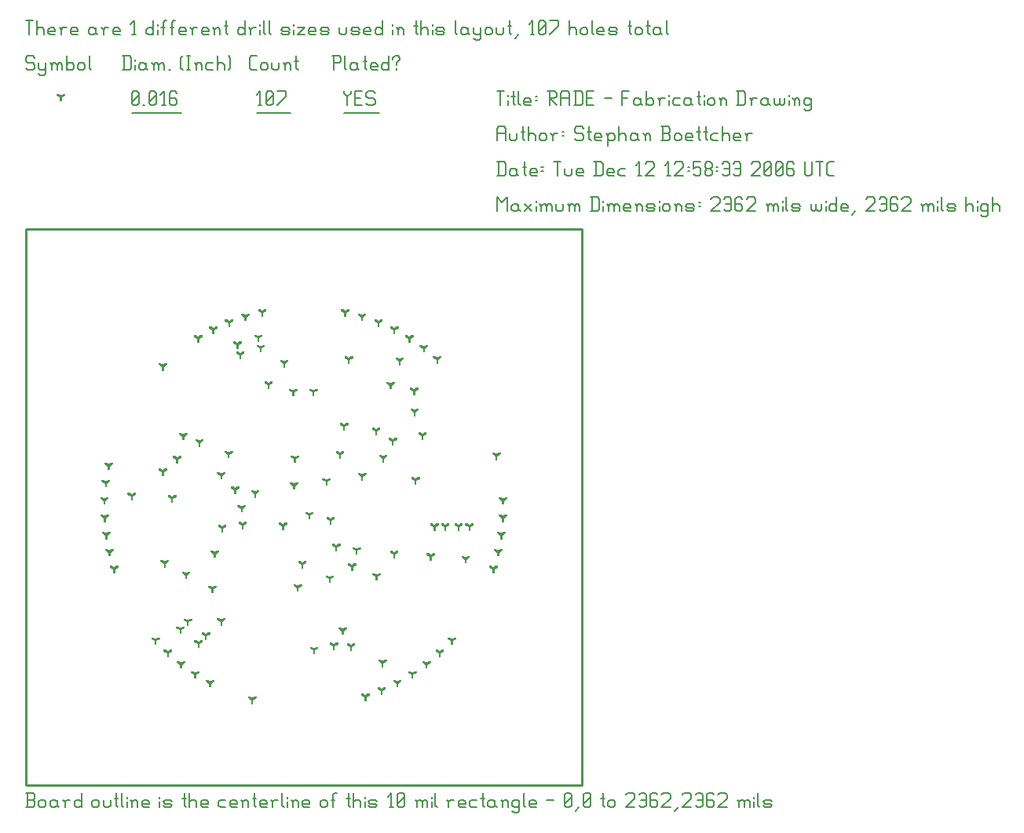
<source format=gbr>
G04 start of page 12 for group -3984 idx -3984
G04 Title: RADE, fab *
G04 Creator: pcb-bin 20060822 *
G04 CreationDate: Tue Dec 12 12:58:33 2006 UTC *
G04 For: stephan *
G04 Format: Gerber/RS-274X *
G04 PCB-Dimensions: 236220 236220 *
G04 PCB-Coordinate-Origin: lower left *
%MOIN*%
%FSLAX24Y24*%
%LNFAB*%
%ADD11R,0.0080X0.0080*%
%ADD12C,0.0060*%
%ADD13C,0.0100*%
G54D11*X15885Y18031D02*Y17871D01*
Y18031D02*X16024Y18111D01*
X15885Y18031D02*X15747Y18111D01*
X15157Y5196D02*Y5036D01*
Y5196D02*X15296Y5276D01*
X15157Y5196D02*X15018Y5276D01*
X4507Y12283D02*Y12123D01*
Y12283D02*X4646Y12363D01*
X4507Y12283D02*X4369Y12363D01*
X11752Y9389D02*Y9229D01*
Y9389D02*X11890Y9469D01*
X11752Y9389D02*X11613Y9469D01*
X10051Y20090D02*Y19930D01*
Y20090D02*X10189Y20170D01*
X10051Y20090D02*X9912Y20170D01*
X9336Y19905D02*Y19745D01*
Y19905D02*X9474Y19985D01*
X9336Y19905D02*X9197Y19985D01*
X8640Y19659D02*Y19499D01*
Y19659D02*X8778Y19739D01*
X8640Y19659D02*X8501Y19739D01*
X7968Y19353D02*Y19193D01*
Y19353D02*X8106Y19433D01*
X7968Y19353D02*X7829Y19433D01*
X7325Y18989D02*Y18829D01*
Y18989D02*X7464Y19069D01*
X7325Y18989D02*X7186Y19069D01*
X3531Y13570D02*Y13410D01*
Y13570D02*X3670Y13650D01*
X3531Y13570D02*X3392Y13650D01*
X3409Y12842D02*Y12682D01*
Y12842D02*X3548Y12922D01*
X3409Y12842D02*X3270Y12922D01*
X3351Y12106D02*Y11946D01*
Y12106D02*X3490Y12186D01*
X3351Y12106D02*X3213Y12186D01*
X3358Y11368D02*Y11208D01*
Y11368D02*X3496Y11448D01*
X3358Y11368D02*X3219Y11448D01*
X3428Y10633D02*Y10473D01*
Y10633D02*X3567Y10713D01*
X3428Y10633D02*X3290Y10713D01*
X3563Y9906D02*Y9746D01*
Y9906D02*X3702Y9986D01*
X3563Y9906D02*X3424Y9986D01*
X3760Y9195D02*Y9035D01*
Y9195D02*X3899Y9275D01*
X3760Y9195D02*X3622Y9275D01*
X5520Y6147D02*Y5987D01*
Y6147D02*X5659Y6227D01*
X5520Y6147D02*X5382Y6227D01*
X6038Y5620D02*Y5460D01*
Y5620D02*X6176Y5700D01*
X6038Y5620D02*X5899Y5700D01*
X6599Y5140D02*Y4980D01*
Y5140D02*X6738Y5220D01*
X6599Y5140D02*X6461Y5220D01*
X7200Y4712D02*Y4552D01*
Y4712D02*X7339Y4792D01*
X7200Y4712D02*X7062Y4792D01*
X7837Y4337D02*Y4177D01*
Y4337D02*X7975Y4417D01*
X7837Y4337D02*X7698Y4417D01*
X14426Y3760D02*Y3600D01*
Y3760D02*X14565Y3840D01*
X14426Y3760D02*X14288Y3840D01*
X15118Y4019D02*Y3859D01*
Y4019D02*X15257Y4099D01*
X15118Y4019D02*X14979Y4099D01*
X15784Y4337D02*Y4177D01*
Y4337D02*X15923Y4417D01*
X15784Y4337D02*X15646Y4417D01*
X16421Y4712D02*Y4552D01*
Y4712D02*X16559Y4792D01*
X16421Y4712D02*X16282Y4792D01*
X17022Y5140D02*Y4980D01*
Y5140D02*X17160Y5220D01*
X17022Y5140D02*X16883Y5220D01*
X17583Y5620D02*Y5460D01*
Y5620D02*X17722Y5700D01*
X17583Y5620D02*X17445Y5700D01*
X18101Y6147D02*Y5987D01*
Y6147D02*X18240Y6227D01*
X18101Y6147D02*X17962Y6227D01*
X19861Y9195D02*Y9035D01*
Y9195D02*X19999Y9275D01*
X19861Y9195D02*X19722Y9275D01*
X20058Y9906D02*Y9746D01*
Y9906D02*X20197Y9986D01*
X20058Y9906D02*X19920Y9986D01*
X20193Y10633D02*Y10473D01*
Y10633D02*X20331Y10713D01*
X20193Y10633D02*X20054Y10713D01*
X20264Y11368D02*Y11208D01*
Y11368D02*X20402Y11448D01*
X20264Y11368D02*X20125Y11448D01*
X20270Y12106D02*Y11946D01*
Y12106D02*X20409Y12186D01*
X20270Y12106D02*X20131Y12186D01*
X17474Y18101D02*Y17941D01*
Y18101D02*X17613Y18181D01*
X17474Y18101D02*X17336Y18181D01*
X16905Y18571D02*Y18411D01*
Y18571D02*X17043Y18651D01*
X16905Y18571D02*X16766Y18651D01*
X16296Y18989D02*Y18829D01*
Y18989D02*X16435Y19069D01*
X16296Y18989D02*X16157Y19069D01*
X15653Y19353D02*Y19193D01*
Y19353D02*X15792Y19433D01*
X15653Y19353D02*X15515Y19433D01*
X14981Y19659D02*Y19499D01*
Y19659D02*X15120Y19739D01*
X14981Y19659D02*X14843Y19739D01*
X14285Y19905D02*Y19745D01*
Y19905D02*X14424Y19985D01*
X14285Y19905D02*X14147Y19985D01*
X13570Y20090D02*Y19930D01*
Y20090D02*X13709Y20170D01*
X13570Y20090D02*X13432Y20170D01*
X19987Y14001D02*Y13841D01*
Y14001D02*X20125Y14081D01*
X19987Y14001D02*X19848Y14081D01*
X5825Y17796D02*Y17636D01*
Y17796D02*X5964Y17876D01*
X5825Y17796D02*X5687Y17876D01*
X9620Y3634D02*Y3474D01*
Y3634D02*X9758Y3714D01*
X9620Y3634D02*X9481Y3714D01*
X12244Y5748D02*Y5588D01*
Y5748D02*X12382Y5828D01*
X12244Y5748D02*X12105Y5828D01*
X6692Y14842D02*Y14682D01*
Y14842D02*X6831Y14922D01*
X6692Y14842D02*X6554Y14922D01*
X9744Y12401D02*Y12241D01*
Y12401D02*X9882Y12481D01*
X9744Y12401D02*X9605Y12481D01*
X15590Y14625D02*Y14465D01*
Y14625D02*X15729Y14705D01*
X15590Y14625D02*X15452Y14705D01*
X13523Y15255D02*Y15095D01*
Y15255D02*X13662Y15335D01*
X13523Y15255D02*X13385Y15335D01*
X8307Y13169D02*Y13009D01*
Y13169D02*X8445Y13249D01*
X8307Y13169D02*X8168Y13249D01*
X13720Y18090D02*Y17930D01*
Y18090D02*X13859Y18170D01*
X13720Y18090D02*X13581Y18170D01*
X16515Y15866D02*Y15706D01*
Y15866D02*X16654Y15946D01*
X16515Y15866D02*X16377Y15946D01*
X16496Y16751D02*Y16591D01*
Y16751D02*X16634Y16831D01*
X16496Y16751D02*X16357Y16831D01*
X11437Y13878D02*Y13718D01*
Y13878D02*X11575Y13958D01*
X11437Y13878D02*X11298Y13958D01*
X6437Y13858D02*Y13698D01*
Y13858D02*X6575Y13938D01*
X6437Y13858D02*X6298Y13938D01*
X5826Y13326D02*Y13166D01*
Y13326D02*X5965Y13406D01*
X5826Y13326D02*X5688Y13406D01*
X15492Y17007D02*Y16847D01*
Y17007D02*X15630Y17087D01*
X15492Y17007D02*X15353Y17087D01*
X14881Y15059D02*Y14899D01*
Y15059D02*X15020Y15139D01*
X14881Y15059D02*X14743Y15139D01*
X8897Y12559D02*Y12399D01*
Y12559D02*X9036Y12639D01*
X8897Y12559D02*X8759Y12639D01*
X6220Y12184D02*Y12024D01*
Y12184D02*X6359Y12264D01*
X6220Y12184D02*X6081Y12264D01*
X8621Y14074D02*Y13914D01*
Y14074D02*X8760Y14154D01*
X8621Y14074D02*X8483Y14154D01*
X11358Y16712D02*Y16552D01*
Y16712D02*X11496Y16792D01*
X11358Y16712D02*X11219Y16792D01*
X13346Y14055D02*Y13895D01*
Y14055D02*X13484Y14135D01*
X13346Y14055D02*X13207Y14135D01*
X7381Y14566D02*Y14406D01*
Y14566D02*X7520Y14646D01*
X7381Y14566D02*X7243Y14646D01*
X14901Y8877D02*Y8717D01*
Y8877D02*X15040Y8957D01*
X14901Y8877D02*X14763Y8957D01*
X13464Y6574D02*Y6414D01*
Y6574D02*X13603Y6654D01*
X13464Y6574D02*X13325Y6654D01*
X8307Y6968D02*Y6808D01*
Y6968D02*X8445Y7048D01*
X8307Y6968D02*X8168Y7048D01*
X9212Y11062D02*Y10902D01*
Y11062D02*X9351Y11142D01*
X9212Y11062D02*X9074Y11142D01*
X11555Y8405D02*Y8245D01*
Y8405D02*X11693Y8485D01*
X11555Y8405D02*X11416Y8485D01*
X7933Y8346D02*Y8186D01*
Y8346D02*X8071Y8426D01*
X7933Y8346D02*X7794Y8426D01*
X16555Y12952D02*Y12792D01*
Y12952D02*X16693Y13032D01*
X16555Y12952D02*X16416Y13032D01*
X16850Y14862D02*Y14702D01*
Y14862D02*X16989Y14942D01*
X16850Y14862D02*X16711Y14942D01*
X15649Y9822D02*Y9662D01*
Y9822D02*X15788Y9902D01*
X15649Y9822D02*X15511Y9902D01*
X15177Y13897D02*Y13737D01*
Y13897D02*X15315Y13977D01*
X15177Y13897D02*X15038Y13977D01*
X12952Y11259D02*Y11099D01*
Y11259D02*X13091Y11339D01*
X12952Y11259D02*X12814Y11339D01*
X14055Y9980D02*Y9820D01*
Y9980D02*X14193Y10060D01*
X14055Y9980D02*X13916Y10060D01*
X13188Y10118D02*Y9958D01*
Y10118D02*X13327Y10198D01*
X13188Y10118D02*X13050Y10198D01*
X14291Y13129D02*Y12969D01*
Y13129D02*X14430Y13209D01*
X14291Y13129D02*X14152Y13209D01*
X12775Y12913D02*Y12753D01*
Y12913D02*X12914Y12993D01*
X12775Y12913D02*X12637Y12993D01*
X12047Y11476D02*Y11316D01*
Y11476D02*X12185Y11556D01*
X12047Y11476D02*X11908Y11556D01*
X8031Y9842D02*Y9682D01*
Y9842D02*X8170Y9922D01*
X8031Y9842D02*X7892Y9922D01*
X8346Y10925D02*Y10765D01*
Y10925D02*X8485Y11005D01*
X8346Y10925D02*X8207Y11005D01*
X11397Y12736D02*Y12576D01*
Y12736D02*X11536Y12816D01*
X11397Y12736D02*X11259Y12816D01*
X9173Y11771D02*Y11611D01*
Y11771D02*X9311Y11851D01*
X9173Y11771D02*X9034Y11851D01*
X13818Y5885D02*Y5725D01*
Y5885D02*X13957Y5965D01*
X13818Y5885D02*X13680Y5965D01*
X13090Y5925D02*Y5765D01*
Y5925D02*X13229Y6005D01*
X13090Y5925D02*X12952Y6005D01*
X17204Y9724D02*Y9564D01*
Y9724D02*X17343Y9804D01*
X17204Y9724D02*X17066Y9804D01*
X12913Y8779D02*Y8619D01*
Y8779D02*X13052Y8859D01*
X12913Y8779D02*X12774Y8859D01*
X10315Y17027D02*Y16867D01*
Y17027D02*X10453Y17107D01*
X10315Y17027D02*X10176Y17107D01*
X12224Y16712D02*Y16552D01*
Y16712D02*X12363Y16792D01*
X12224Y16712D02*X12085Y16792D01*
X13858Y9291D02*Y9131D01*
Y9291D02*X13996Y9371D01*
X13858Y9291D02*X13719Y9371D01*
X10984Y17933D02*Y17773D01*
Y17933D02*X11122Y18013D01*
X10984Y17933D02*X10845Y18013D01*
X5905Y9429D02*Y9269D01*
Y9429D02*X6044Y9509D01*
X5905Y9429D02*X5766Y9509D01*
X6811Y8937D02*Y8777D01*
Y8937D02*X6949Y9017D01*
X6811Y8937D02*X6672Y9017D01*
X18681Y9606D02*Y9446D01*
Y9606D02*X18819Y9686D01*
X18681Y9606D02*X18542Y9686D01*
X10925Y11023D02*Y10863D01*
Y11023D02*X11063Y11103D01*
X10925Y11023D02*X10786Y11103D01*
X6574Y6614D02*Y6454D01*
Y6614D02*X6713Y6694D01*
X6574Y6614D02*X6436Y6694D01*
X6889Y6948D02*Y6788D01*
Y6948D02*X7028Y7028D01*
X6889Y6948D02*X6751Y7028D01*
X7342Y6023D02*Y5863D01*
Y6023D02*X7481Y6103D01*
X7342Y6023D02*X7203Y6103D01*
X7657Y6358D02*Y6198D01*
Y6358D02*X7796Y6438D01*
X7657Y6358D02*X7518Y6438D01*
X17362Y10984D02*Y10824D01*
Y10984D02*X17500Y11064D01*
X17362Y10984D02*X17223Y11064D01*
X17815Y10984D02*Y10824D01*
Y10984D02*X17953Y11064D01*
X17815Y10984D02*X17676Y11064D01*
X18385Y10984D02*Y10824D01*
Y10984D02*X18524Y11064D01*
X18385Y10984D02*X18247Y11064D01*
X18838Y10984D02*Y10824D01*
Y10984D02*X18977Y11064D01*
X18838Y10984D02*X18700Y11064D01*
X8996Y18720D02*Y18560D01*
Y18720D02*X9134Y18800D01*
X8996Y18720D02*X8857Y18800D01*
X9114Y18287D02*Y18127D01*
Y18287D02*X9252Y18367D01*
X9114Y18287D02*X8975Y18367D01*
X9881Y19015D02*Y18855D01*
Y19015D02*X10020Y19095D01*
X9881Y19015D02*X9743Y19095D01*
X9980Y18582D02*Y18422D01*
Y18582D02*X10118Y18662D01*
X9980Y18582D02*X9841Y18662D01*
X1500Y29247D02*Y29087D01*
Y29247D02*X1638Y29327D01*
X1500Y29247D02*X1361Y29327D01*
G54D12*X13500Y29472D02*Y29397D01*
X13650Y29247D01*
X13800Y29397D01*
Y29472D02*Y29397D01*
X13650Y29247D02*Y28872D01*
X13980Y29172D02*X14205D01*
X13980Y28872D02*X14280D01*
X13980Y29472D02*Y28872D01*
Y29472D02*X14280D01*
X14760D02*X14835Y29397D01*
X14535Y29472D02*X14760D01*
X14460Y29397D02*X14535Y29472D01*
X14460Y29397D02*Y29247D01*
X14535Y29172D01*
X14760D01*
X14835Y29097D01*
Y28947D01*
X14760Y28872D02*X14835Y28947D01*
X14535Y28872D02*X14760D01*
X14460Y28947D02*X14535Y28872D01*
X13500Y28546D02*X15015D01*
X9875Y28872D02*X10025D01*
X9950Y29472D02*Y28872D01*
X9800Y29322D02*X9950Y29472D01*
X10205Y28947D02*X10280Y28872D01*
X10205Y29397D02*Y28947D01*
Y29397D02*X10280Y29472D01*
X10430D01*
X10505Y29397D01*
Y28947D01*
X10430Y28872D02*X10505Y28947D01*
X10280Y28872D02*X10430D01*
X10205Y29022D02*X10505Y29322D01*
X10685Y28872D02*X11060Y29247D01*
Y29472D02*Y29247D01*
X10685Y29472D02*X11060D01*
X9800Y28546D02*X11240D01*
X4500Y28947D02*X4575Y28872D01*
X4500Y29397D02*Y28947D01*
Y29397D02*X4575Y29472D01*
X4725D01*
X4800Y29397D01*
Y28947D01*
X4725Y28872D02*X4800Y28947D01*
X4575Y28872D02*X4725D01*
X4500Y29022D02*X4800Y29322D01*
X4980Y28872D02*X5055D01*
X5235Y28947D02*X5310Y28872D01*
X5235Y29397D02*Y28947D01*
Y29397D02*X5310Y29472D01*
X5460D01*
X5535Y29397D01*
Y28947D01*
X5460Y28872D02*X5535Y28947D01*
X5310Y28872D02*X5460D01*
X5235Y29022D02*X5535Y29322D01*
X5790Y28872D02*X5940D01*
X5865Y29472D02*Y28872D01*
X5715Y29322D02*X5865Y29472D01*
X6345D02*X6420Y29397D01*
X6195Y29472D02*X6345D01*
X6120Y29397D02*X6195Y29472D01*
X6120Y29397D02*Y28947D01*
X6195Y28872D01*
X6345Y29172D02*X6420Y29097D01*
X6120Y29172D02*X6345D01*
X6195Y28872D02*X6345D01*
X6420Y28947D01*
Y29097D02*Y28947D01*
X4500Y28546D02*X6600D01*
X300Y30972D02*X375Y30897D01*
X75Y30972D02*X300D01*
X0Y30897D02*X75Y30972D01*
X0Y30897D02*Y30747D01*
X75Y30672D01*
X300D01*
X375Y30597D01*
Y30447D01*
X300Y30372D02*X375Y30447D01*
X75Y30372D02*X300D01*
X0Y30447D02*X75Y30372D01*
X555Y30672D02*Y30447D01*
X630Y30372D01*
X855Y30672D02*Y30222D01*
X780Y30147D02*X855Y30222D01*
X630Y30147D02*X780D01*
X555Y30222D02*X630Y30147D01*
Y30372D02*X780D01*
X855Y30447D01*
X1110Y30597D02*Y30372D01*
Y30597D02*X1185Y30672D01*
X1260D01*
X1335Y30597D01*
Y30372D01*
Y30597D02*X1410Y30672D01*
X1485D01*
X1560Y30597D01*
Y30372D01*
X1035Y30672D02*X1110Y30597D01*
X1740Y30972D02*Y30372D01*
Y30447D02*X1815Y30372D01*
X1965D01*
X2040Y30447D01*
Y30597D02*Y30447D01*
X1965Y30672D02*X2040Y30597D01*
X1815Y30672D02*X1965D01*
X1740Y30597D02*X1815Y30672D01*
X2220Y30597D02*Y30447D01*
Y30597D02*X2295Y30672D01*
X2445D01*
X2520Y30597D01*
Y30447D01*
X2445Y30372D02*X2520Y30447D01*
X2295Y30372D02*X2445D01*
X2220Y30447D02*X2295Y30372D01*
X2700Y30972D02*Y30447D01*
X2775Y30372D01*
X4175Y30972D02*Y30372D01*
X4400Y30972D02*X4475Y30897D01*
Y30447D01*
X4400Y30372D02*X4475Y30447D01*
X4100Y30372D02*X4400D01*
X4100Y30972D02*X4400D01*
X4655Y30822D02*Y30747D01*
Y30597D02*Y30372D01*
X5030Y30672D02*X5105Y30597D01*
X4880Y30672D02*X5030D01*
X4805Y30597D02*X4880Y30672D01*
X4805Y30597D02*Y30447D01*
X4880Y30372D01*
X5105Y30672D02*Y30447D01*
X5180Y30372D01*
X4880D02*X5030D01*
X5105Y30447D01*
X5435Y30597D02*Y30372D01*
Y30597D02*X5510Y30672D01*
X5585D01*
X5660Y30597D01*
Y30372D01*
Y30597D02*X5735Y30672D01*
X5810D01*
X5885Y30597D01*
Y30372D01*
X5360Y30672D02*X5435Y30597D01*
X6065Y30372D02*X6140D01*
X6590Y30447D02*X6665Y30372D01*
X6590Y30897D02*X6665Y30972D01*
X6590Y30897D02*Y30447D01*
X6845Y30972D02*X6995D01*
X6920D02*Y30372D01*
X6845D02*X6995D01*
X7251Y30597D02*Y30372D01*
Y30597D02*X7326Y30672D01*
X7401D01*
X7476Y30597D01*
Y30372D01*
X7176Y30672D02*X7251Y30597D01*
X7731Y30672D02*X7956D01*
X7656Y30597D02*X7731Y30672D01*
X7656Y30597D02*Y30447D01*
X7731Y30372D01*
X7956D01*
X8136Y30972D02*Y30372D01*
Y30597D02*X8211Y30672D01*
X8361D01*
X8436Y30597D01*
Y30372D01*
X8616Y30972D02*X8691Y30897D01*
Y30447D01*
X8616Y30372D02*X8691Y30447D01*
X9575Y30372D02*X9800D01*
X9500Y30447D02*X9575Y30372D01*
X9500Y30897D02*Y30447D01*
Y30897D02*X9575Y30972D01*
X9800D01*
X9980Y30597D02*Y30447D01*
Y30597D02*X10055Y30672D01*
X10205D01*
X10280Y30597D01*
Y30447D01*
X10205Y30372D02*X10280Y30447D01*
X10055Y30372D02*X10205D01*
X9980Y30447D02*X10055Y30372D01*
X10460Y30672D02*Y30447D01*
X10535Y30372D01*
X10685D01*
X10760Y30447D01*
Y30672D02*Y30447D01*
X11015Y30597D02*Y30372D01*
Y30597D02*X11090Y30672D01*
X11165D01*
X11240Y30597D01*
Y30372D01*
X10940Y30672D02*X11015Y30597D01*
X11495Y30972D02*Y30447D01*
X11570Y30372D01*
X11420Y30747D02*X11570D01*
X13075Y30972D02*Y30372D01*
X13000Y30972D02*X13300D01*
X13375Y30897D01*
Y30747D01*
X13300Y30672D02*X13375Y30747D01*
X13075Y30672D02*X13300D01*
X13555Y30972D02*Y30447D01*
X13630Y30372D01*
X14005Y30672D02*X14080Y30597D01*
X13855Y30672D02*X14005D01*
X13780Y30597D02*X13855Y30672D01*
X13780Y30597D02*Y30447D01*
X13855Y30372D01*
X14080Y30672D02*Y30447D01*
X14155Y30372D01*
X13855D02*X14005D01*
X14080Y30447D01*
X14410Y30972D02*Y30447D01*
X14485Y30372D01*
X14335Y30747D02*X14485D01*
X14710Y30372D02*X14935D01*
X14635Y30447D02*X14710Y30372D01*
X14635Y30597D02*Y30447D01*
Y30597D02*X14710Y30672D01*
X14860D01*
X14935Y30597D01*
X14635Y30522D02*X14935D01*
Y30597D02*Y30522D01*
X15415Y30972D02*Y30372D01*
X15340D02*X15415Y30447D01*
X15190Y30372D02*X15340D01*
X15115Y30447D02*X15190Y30372D01*
X15115Y30597D02*Y30447D01*
Y30597D02*X15190Y30672D01*
X15340D01*
X15415Y30597D01*
X15745Y30672D02*Y30597D01*
Y30447D02*Y30372D01*
X15595Y30897D02*Y30822D01*
Y30897D02*X15670Y30972D01*
X15820D01*
X15895Y30897D01*
Y30822D01*
X15745Y30672D02*X15895Y30822D01*
X0Y32472D02*X300D01*
X150D02*Y31872D01*
X480Y32472D02*Y31872D01*
Y32097D02*X555Y32172D01*
X705D01*
X780Y32097D01*
Y31872D01*
X1035D02*X1260D01*
X960Y31947D02*X1035Y31872D01*
X960Y32097D02*Y31947D01*
Y32097D02*X1035Y32172D01*
X1185D01*
X1260Y32097D01*
X960Y32022D02*X1260D01*
Y32097D02*Y32022D01*
X1515Y32097D02*Y31872D01*
Y32097D02*X1590Y32172D01*
X1740D01*
X1440D02*X1515Y32097D01*
X1995Y31872D02*X2220D01*
X1920Y31947D02*X1995Y31872D01*
X1920Y32097D02*Y31947D01*
Y32097D02*X1995Y32172D01*
X2145D01*
X2220Y32097D01*
X1920Y32022D02*X2220D01*
Y32097D02*Y32022D01*
X2895Y32172D02*X2970Y32097D01*
X2745Y32172D02*X2895D01*
X2670Y32097D02*X2745Y32172D01*
X2670Y32097D02*Y31947D01*
X2745Y31872D01*
X2970Y32172D02*Y31947D01*
X3045Y31872D01*
X2745D02*X2895D01*
X2970Y31947D01*
X3300Y32097D02*Y31872D01*
Y32097D02*X3375Y32172D01*
X3525D01*
X3225D02*X3300Y32097D01*
X3781Y31872D02*X4006D01*
X3706Y31947D02*X3781Y31872D01*
X3706Y32097D02*Y31947D01*
Y32097D02*X3781Y32172D01*
X3931D01*
X4006Y32097D01*
X3706Y32022D02*X4006D01*
Y32097D02*Y32022D01*
X4531Y31872D02*X4681D01*
X4606Y32472D02*Y31872D01*
X4456Y32322D02*X4606Y32472D01*
X5431D02*Y31872D01*
X5356D02*X5431Y31947D01*
X5206Y31872D02*X5356D01*
X5131Y31947D02*X5206Y31872D01*
X5131Y32097D02*Y31947D01*
Y32097D02*X5206Y32172D01*
X5356D01*
X5431Y32097D01*
X5611Y32322D02*Y32247D01*
Y32097D02*Y31872D01*
X5836Y32397D02*Y31872D01*
Y32397D02*X5911Y32472D01*
X5986D01*
X5761Y32172D02*X5911D01*
X6211Y32397D02*Y31872D01*
Y32397D02*X6286Y32472D01*
X6361D01*
X6136Y32172D02*X6286D01*
X6586Y31872D02*X6811D01*
X6511Y31947D02*X6586Y31872D01*
X6511Y32097D02*Y31947D01*
Y32097D02*X6586Y32172D01*
X6736D01*
X6811Y32097D01*
X6511Y32022D02*X6811D01*
Y32097D02*Y32022D01*
X7067Y32097D02*Y31872D01*
Y32097D02*X7142Y32172D01*
X7292D01*
X6992D02*X7067Y32097D01*
X7547Y31872D02*X7772D01*
X7472Y31947D02*X7547Y31872D01*
X7472Y32097D02*Y31947D01*
Y32097D02*X7547Y32172D01*
X7697D01*
X7772Y32097D01*
X7472Y32022D02*X7772D01*
Y32097D02*Y32022D01*
X8027Y32097D02*Y31872D01*
Y32097D02*X8102Y32172D01*
X8177D01*
X8252Y32097D01*
Y31872D01*
X7952Y32172D02*X8027Y32097D01*
X8507Y32472D02*Y31947D01*
X8582Y31872D01*
X8432Y32247D02*X8582D01*
X9302Y32472D02*Y31872D01*
X9227D02*X9302Y31947D01*
X9077Y31872D02*X9227D01*
X9002Y31947D02*X9077Y31872D01*
X9002Y32097D02*Y31947D01*
Y32097D02*X9077Y32172D01*
X9227D01*
X9302Y32097D01*
X9557D02*Y31872D01*
Y32097D02*X9632Y32172D01*
X9782D01*
X9482D02*X9557Y32097D01*
X9963Y32322D02*Y32247D01*
Y32097D02*Y31872D01*
X10113Y32472D02*Y31947D01*
X10188Y31872D01*
X10338Y32472D02*Y31947D01*
X10413Y31872D01*
X10908D02*X11133D01*
X11208Y31947D01*
X11133Y32022D02*X11208Y31947D01*
X10908Y32022D02*X11133D01*
X10833Y32097D02*X10908Y32022D01*
X10833Y32097D02*X10908Y32172D01*
X11133D01*
X11208Y32097D01*
X10833Y31947D02*X10908Y31872D01*
X11388Y32322D02*Y32247D01*
Y32097D02*Y31872D01*
X11538Y32172D02*X11838D01*
X11538Y31872D02*X11838Y32172D01*
X11538Y31872D02*X11838D01*
X12093D02*X12318D01*
X12018Y31947D02*X12093Y31872D01*
X12018Y32097D02*Y31947D01*
Y32097D02*X12093Y32172D01*
X12243D01*
X12318Y32097D01*
X12018Y32022D02*X12318D01*
Y32097D02*Y32022D01*
X12574Y31872D02*X12799D01*
X12874Y31947D01*
X12799Y32022D02*X12874Y31947D01*
X12574Y32022D02*X12799D01*
X12499Y32097D02*X12574Y32022D01*
X12499Y32097D02*X12574Y32172D01*
X12799D01*
X12874Y32097D01*
X12499Y31947D02*X12574Y31872D01*
X13324Y32172D02*Y31947D01*
X13399Y31872D01*
X13549D01*
X13624Y31947D01*
Y32172D02*Y31947D01*
X13879Y31872D02*X14104D01*
X14179Y31947D01*
X14104Y32022D02*X14179Y31947D01*
X13879Y32022D02*X14104D01*
X13804Y32097D02*X13879Y32022D01*
X13804Y32097D02*X13879Y32172D01*
X14104D01*
X14179Y32097D01*
X13804Y31947D02*X13879Y31872D01*
X14434D02*X14659D01*
X14359Y31947D02*X14434Y31872D01*
X14359Y32097D02*Y31947D01*
Y32097D02*X14434Y32172D01*
X14584D01*
X14659Y32097D01*
X14359Y32022D02*X14659D01*
Y32097D02*Y32022D01*
X15139Y32472D02*Y31872D01*
X15064D02*X15139Y31947D01*
X14914Y31872D02*X15064D01*
X14839Y31947D02*X14914Y31872D01*
X14839Y32097D02*Y31947D01*
Y32097D02*X14914Y32172D01*
X15064D01*
X15139Y32097D01*
X15589Y32322D02*Y32247D01*
Y32097D02*Y31872D01*
X15814Y32097D02*Y31872D01*
Y32097D02*X15889Y32172D01*
X15964D01*
X16039Y32097D01*
Y31872D01*
X15739Y32172D02*X15814Y32097D01*
X16565Y32472D02*Y31947D01*
X16640Y31872D01*
X16490Y32247D02*X16640D01*
X16790Y32472D02*Y31872D01*
Y32097D02*X16865Y32172D01*
X17015D01*
X17090Y32097D01*
Y31872D01*
X17270Y32322D02*Y32247D01*
Y32097D02*Y31872D01*
X17495D02*X17720D01*
X17795Y31947D01*
X17720Y32022D02*X17795Y31947D01*
X17495Y32022D02*X17720D01*
X17420Y32097D02*X17495Y32022D01*
X17420Y32097D02*X17495Y32172D01*
X17720D01*
X17795Y32097D01*
X17420Y31947D02*X17495Y31872D01*
X18245Y32472D02*Y31947D01*
X18320Y31872D01*
X18695Y32172D02*X18770Y32097D01*
X18545Y32172D02*X18695D01*
X18470Y32097D02*X18545Y32172D01*
X18470Y32097D02*Y31947D01*
X18545Y31872D01*
X18770Y32172D02*Y31947D01*
X18845Y31872D01*
X18545D02*X18695D01*
X18770Y31947D01*
X19026Y32172D02*Y31947D01*
X19101Y31872D01*
X19326Y32172D02*Y31722D01*
X19251Y31647D02*X19326Y31722D01*
X19101Y31647D02*X19251D01*
X19026Y31722D02*X19101Y31647D01*
Y31872D02*X19251D01*
X19326Y31947D01*
X19506Y32097D02*Y31947D01*
Y32097D02*X19581Y32172D01*
X19731D01*
X19806Y32097D01*
Y31947D01*
X19731Y31872D02*X19806Y31947D01*
X19581Y31872D02*X19731D01*
X19506Y31947D02*X19581Y31872D01*
X19986Y32172D02*Y31947D01*
X20061Y31872D01*
X20211D01*
X20286Y31947D01*
Y32172D02*Y31947D01*
X20541Y32472D02*Y31947D01*
X20616Y31872D01*
X20466Y32247D02*X20616D01*
X20766Y31722D02*X20916Y31872D01*
X21441D02*X21591D01*
X21516Y32472D02*Y31872D01*
X21366Y32322D02*X21516Y32472D01*
X21771Y31947D02*X21846Y31872D01*
X21771Y32397D02*Y31947D01*
Y32397D02*X21846Y32472D01*
X21996D01*
X22071Y32397D01*
Y31947D01*
X21996Y31872D02*X22071Y31947D01*
X21846Y31872D02*X21996D01*
X21771Y32022D02*X22071Y32322D01*
X22252Y31872D02*X22627Y32247D01*
Y32472D02*Y32247D01*
X22252Y32472D02*X22627D01*
X23077D02*Y31872D01*
Y32097D02*X23152Y32172D01*
X23302D01*
X23377Y32097D01*
Y31872D01*
X23557Y32097D02*Y31947D01*
Y32097D02*X23632Y32172D01*
X23782D01*
X23857Y32097D01*
Y31947D01*
X23782Y31872D02*X23857Y31947D01*
X23632Y31872D02*X23782D01*
X23557Y31947D02*X23632Y31872D01*
X24037Y32472D02*Y31947D01*
X24112Y31872D01*
X24337D02*X24562D01*
X24262Y31947D02*X24337Y31872D01*
X24262Y32097D02*Y31947D01*
Y32097D02*X24337Y32172D01*
X24487D01*
X24562Y32097D01*
X24262Y32022D02*X24562D01*
Y32097D02*Y32022D01*
X24817Y31872D02*X25042D01*
X25117Y31947D01*
X25042Y32022D02*X25117Y31947D01*
X24817Y32022D02*X25042D01*
X24742Y32097D02*X24817Y32022D01*
X24742Y32097D02*X24817Y32172D01*
X25042D01*
X25117Y32097D01*
X24742Y31947D02*X24817Y31872D01*
X25642Y32472D02*Y31947D01*
X25717Y31872D01*
X25567Y32247D02*X25717D01*
X25868Y32097D02*Y31947D01*
Y32097D02*X25943Y32172D01*
X26093D01*
X26168Y32097D01*
Y31947D01*
X26093Y31872D02*X26168Y31947D01*
X25943Y31872D02*X26093D01*
X25868Y31947D02*X25943Y31872D01*
X26423Y32472D02*Y31947D01*
X26498Y31872D01*
X26348Y32247D02*X26498D01*
X26873Y32172D02*X26948Y32097D01*
X26723Y32172D02*X26873D01*
X26648Y32097D02*X26723Y32172D01*
X26648Y32097D02*Y31947D01*
X26723Y31872D01*
X26948Y32172D02*Y31947D01*
X27023Y31872D01*
X26723D02*X26873D01*
X26948Y31947D01*
X27203Y32472D02*Y31947D01*
X27278Y31872D01*
G54D13*X0Y23622D02*X23622D01*
X0D02*Y0D01*
X23622Y23622D02*Y0D01*
X0D02*X23622D01*
G54D12*X20000Y24972D02*Y24372D01*
Y24972D02*X20225Y24747D01*
X20450Y24972D01*
Y24372D01*
X20855Y24672D02*X20930Y24597D01*
X20705Y24672D02*X20855D01*
X20630Y24597D02*X20705Y24672D01*
X20630Y24597D02*Y24447D01*
X20705Y24372D01*
X20930Y24672D02*Y24447D01*
X21005Y24372D01*
X20705D02*X20855D01*
X20930Y24447D01*
X21185Y24672D02*X21485Y24372D01*
X21185D02*X21485Y24672D01*
X21665Y24822D02*Y24747D01*
Y24597D02*Y24372D01*
X21890Y24597D02*Y24372D01*
Y24597D02*X21965Y24672D01*
X22040D01*
X22115Y24597D01*
Y24372D01*
Y24597D02*X22190Y24672D01*
X22265D01*
X22340Y24597D01*
Y24372D01*
X21815Y24672D02*X21890Y24597D01*
X22520Y24672D02*Y24447D01*
X22595Y24372D01*
X22745D01*
X22820Y24447D01*
Y24672D02*Y24447D01*
X23075Y24597D02*Y24372D01*
Y24597D02*X23150Y24672D01*
X23225D01*
X23300Y24597D01*
Y24372D01*
Y24597D02*X23375Y24672D01*
X23450D01*
X23525Y24597D01*
Y24372D01*
X23000Y24672D02*X23075Y24597D01*
X24051Y24972D02*Y24372D01*
X24276Y24972D02*X24351Y24897D01*
Y24447D01*
X24276Y24372D02*X24351Y24447D01*
X23976Y24372D02*X24276D01*
X23976Y24972D02*X24276D01*
X24531Y24822D02*Y24747D01*
Y24597D02*Y24372D01*
X24756Y24597D02*Y24372D01*
Y24597D02*X24831Y24672D01*
X24906D01*
X24981Y24597D01*
Y24372D01*
Y24597D02*X25056Y24672D01*
X25131D01*
X25206Y24597D01*
Y24372D01*
X24681Y24672D02*X24756Y24597D01*
X25461Y24372D02*X25686D01*
X25386Y24447D02*X25461Y24372D01*
X25386Y24597D02*Y24447D01*
Y24597D02*X25461Y24672D01*
X25611D01*
X25686Y24597D01*
X25386Y24522D02*X25686D01*
Y24597D02*Y24522D01*
X25941Y24597D02*Y24372D01*
Y24597D02*X26016Y24672D01*
X26091D01*
X26166Y24597D01*
Y24372D01*
X25866Y24672D02*X25941Y24597D01*
X26421Y24372D02*X26646D01*
X26721Y24447D01*
X26646Y24522D02*X26721Y24447D01*
X26421Y24522D02*X26646D01*
X26346Y24597D02*X26421Y24522D01*
X26346Y24597D02*X26421Y24672D01*
X26646D01*
X26721Y24597D01*
X26346Y24447D02*X26421Y24372D01*
X26901Y24822D02*Y24747D01*
Y24597D02*Y24372D01*
X27052Y24597D02*Y24447D01*
Y24597D02*X27127Y24672D01*
X27277D01*
X27352Y24597D01*
Y24447D01*
X27277Y24372D02*X27352Y24447D01*
X27127Y24372D02*X27277D01*
X27052Y24447D02*X27127Y24372D01*
X27607Y24597D02*Y24372D01*
Y24597D02*X27682Y24672D01*
X27757D01*
X27832Y24597D01*
Y24372D01*
X27532Y24672D02*X27607Y24597D01*
X28087Y24372D02*X28312D01*
X28387Y24447D01*
X28312Y24522D02*X28387Y24447D01*
X28087Y24522D02*X28312D01*
X28012Y24597D02*X28087Y24522D01*
X28012Y24597D02*X28087Y24672D01*
X28312D01*
X28387Y24597D01*
X28012Y24447D02*X28087Y24372D01*
X28567Y24747D02*X28642D01*
X28567Y24597D02*X28642D01*
X29092Y24897D02*X29167Y24972D01*
X29392D01*
X29467Y24897D01*
Y24747D01*
X29092Y24372D02*X29467Y24747D01*
X29092Y24372D02*X29467D01*
X29647Y24897D02*X29722Y24972D01*
X29872D01*
X29947Y24897D01*
Y24447D01*
X29872Y24372D02*X29947Y24447D01*
X29722Y24372D02*X29872D01*
X29647Y24447D02*X29722Y24372D01*
Y24672D02*X29947D01*
X30353Y24972D02*X30428Y24897D01*
X30203Y24972D02*X30353D01*
X30128Y24897D02*X30203Y24972D01*
X30128Y24897D02*Y24447D01*
X30203Y24372D01*
X30353Y24672D02*X30428Y24597D01*
X30128Y24672D02*X30353D01*
X30203Y24372D02*X30353D01*
X30428Y24447D01*
Y24597D02*Y24447D01*
X30608Y24897D02*X30683Y24972D01*
X30908D01*
X30983Y24897D01*
Y24747D01*
X30608Y24372D02*X30983Y24747D01*
X30608Y24372D02*X30983D01*
X31508Y24597D02*Y24372D01*
Y24597D02*X31583Y24672D01*
X31658D01*
X31733Y24597D01*
Y24372D01*
Y24597D02*X31808Y24672D01*
X31883D01*
X31958Y24597D01*
Y24372D01*
X31433Y24672D02*X31508Y24597D01*
X32138Y24822D02*Y24747D01*
Y24597D02*Y24372D01*
X32288Y24972D02*Y24447D01*
X32363Y24372D01*
X32588D02*X32813D01*
X32888Y24447D01*
X32813Y24522D02*X32888Y24447D01*
X32588Y24522D02*X32813D01*
X32513Y24597D02*X32588Y24522D01*
X32513Y24597D02*X32588Y24672D01*
X32813D01*
X32888Y24597D01*
X32513Y24447D02*X32588Y24372D01*
X33338Y24672D02*Y24447D01*
X33413Y24372D01*
X33488D01*
X33563Y24447D01*
Y24672D02*Y24447D01*
X33638Y24372D01*
X33713D01*
X33788Y24447D01*
Y24672D02*Y24447D01*
X33969Y24822D02*Y24747D01*
Y24597D02*Y24372D01*
X34419Y24972D02*Y24372D01*
X34344D02*X34419Y24447D01*
X34194Y24372D02*X34344D01*
X34119Y24447D02*X34194Y24372D01*
X34119Y24597D02*Y24447D01*
Y24597D02*X34194Y24672D01*
X34344D01*
X34419Y24597D01*
X34674Y24372D02*X34899D01*
X34599Y24447D02*X34674Y24372D01*
X34599Y24597D02*Y24447D01*
Y24597D02*X34674Y24672D01*
X34824D01*
X34899Y24597D01*
X34599Y24522D02*X34899D01*
Y24597D02*Y24522D01*
X35079Y24222D02*X35229Y24372D01*
X35679Y24897D02*X35754Y24972D01*
X35979D01*
X36054Y24897D01*
Y24747D01*
X35679Y24372D02*X36054Y24747D01*
X35679Y24372D02*X36054D01*
X36234Y24897D02*X36309Y24972D01*
X36459D01*
X36534Y24897D01*
Y24447D01*
X36459Y24372D02*X36534Y24447D01*
X36309Y24372D02*X36459D01*
X36234Y24447D02*X36309Y24372D01*
Y24672D02*X36534D01*
X36939Y24972D02*X37014Y24897D01*
X36789Y24972D02*X36939D01*
X36714Y24897D02*X36789Y24972D01*
X36714Y24897D02*Y24447D01*
X36789Y24372D01*
X36939Y24672D02*X37014Y24597D01*
X36714Y24672D02*X36939D01*
X36789Y24372D02*X36939D01*
X37014Y24447D01*
Y24597D02*Y24447D01*
X37195Y24897D02*X37270Y24972D01*
X37495D01*
X37570Y24897D01*
Y24747D01*
X37195Y24372D02*X37570Y24747D01*
X37195Y24372D02*X37570D01*
X38095Y24597D02*Y24372D01*
Y24597D02*X38170Y24672D01*
X38245D01*
X38320Y24597D01*
Y24372D01*
Y24597D02*X38395Y24672D01*
X38470D01*
X38545Y24597D01*
Y24372D01*
X38020Y24672D02*X38095Y24597D01*
X38725Y24822D02*Y24747D01*
Y24597D02*Y24372D01*
X38875Y24972D02*Y24447D01*
X38950Y24372D01*
X39175D02*X39400D01*
X39475Y24447D01*
X39400Y24522D02*X39475Y24447D01*
X39175Y24522D02*X39400D01*
X39100Y24597D02*X39175Y24522D01*
X39100Y24597D02*X39175Y24672D01*
X39400D01*
X39475Y24597D01*
X39100Y24447D02*X39175Y24372D01*
X39925Y24972D02*Y24372D01*
Y24597D02*X40000Y24672D01*
X40150D01*
X40225Y24597D01*
Y24372D01*
X40406Y24822D02*Y24747D01*
Y24597D02*Y24372D01*
X40781Y24672D02*X40856Y24597D01*
X40631Y24672D02*X40781D01*
X40556Y24597D02*X40631Y24672D01*
X40556Y24597D02*Y24447D01*
X40631Y24372D01*
X40781D01*
X40856Y24447D01*
X40556Y24222D02*X40631Y24147D01*
X40781D01*
X40856Y24222D01*
Y24672D02*Y24222D01*
X41036Y24972D02*Y24372D01*
Y24597D02*X41111Y24672D01*
X41261D01*
X41336Y24597D01*
Y24372D01*
X0Y-950D02*X300D01*
X375Y-875D01*
Y-725D02*Y-875D01*
X300Y-650D02*X375Y-725D01*
X75Y-650D02*X300D01*
X75Y-350D02*Y-950D01*
X0Y-350D02*X300D01*
X375Y-425D01*
Y-575D01*
X300Y-650D02*X375Y-575D01*
X555Y-725D02*Y-875D01*
Y-725D02*X630Y-650D01*
X780D01*
X855Y-725D01*
Y-875D01*
X780Y-950D02*X855Y-875D01*
X630Y-950D02*X780D01*
X555Y-875D02*X630Y-950D01*
X1260Y-650D02*X1335Y-725D01*
X1110Y-650D02*X1260D01*
X1035Y-725D02*X1110Y-650D01*
X1035Y-725D02*Y-875D01*
X1110Y-950D01*
X1335Y-650D02*Y-875D01*
X1410Y-950D01*
X1110D02*X1260D01*
X1335Y-875D01*
X1665Y-725D02*Y-950D01*
Y-725D02*X1740Y-650D01*
X1890D01*
X1590D02*X1665Y-725D01*
X2370Y-350D02*Y-950D01*
X2295D02*X2370Y-875D01*
X2145Y-950D02*X2295D01*
X2070Y-875D02*X2145Y-950D01*
X2070Y-725D02*Y-875D01*
Y-725D02*X2145Y-650D01*
X2295D01*
X2370Y-725D01*
X2820D02*Y-875D01*
Y-725D02*X2895Y-650D01*
X3045D01*
X3120Y-725D01*
Y-875D01*
X3045Y-950D02*X3120Y-875D01*
X2895Y-950D02*X3045D01*
X2820Y-875D02*X2895Y-950D01*
X3300Y-650D02*Y-875D01*
X3375Y-950D01*
X3525D01*
X3600Y-875D01*
Y-650D02*Y-875D01*
X3856Y-350D02*Y-875D01*
X3931Y-950D01*
X3781Y-575D02*X3931D01*
X4081Y-350D02*Y-875D01*
X4156Y-950D01*
X4306Y-500D02*Y-575D01*
Y-725D02*Y-950D01*
X4531Y-725D02*Y-950D01*
Y-725D02*X4606Y-650D01*
X4681D01*
X4756Y-725D01*
Y-950D01*
X4456Y-650D02*X4531Y-725D01*
X5011Y-950D02*X5236D01*
X4936Y-875D02*X5011Y-950D01*
X4936Y-725D02*Y-875D01*
Y-725D02*X5011Y-650D01*
X5161D01*
X5236Y-725D01*
X4936Y-800D02*X5236D01*
Y-725D02*Y-800D01*
X5686Y-500D02*Y-575D01*
Y-725D02*Y-950D01*
X5911D02*X6136D01*
X6211Y-875D01*
X6136Y-800D02*X6211Y-875D01*
X5911Y-800D02*X6136D01*
X5836Y-725D02*X5911Y-800D01*
X5836Y-725D02*X5911Y-650D01*
X6136D01*
X6211Y-725D01*
X5836Y-875D02*X5911Y-950D01*
X6737Y-350D02*Y-875D01*
X6812Y-950D01*
X6662Y-575D02*X6812D01*
X6962Y-350D02*Y-950D01*
Y-725D02*X7037Y-650D01*
X7187D01*
X7262Y-725D01*
Y-950D01*
X7517D02*X7742D01*
X7442Y-875D02*X7517Y-950D01*
X7442Y-725D02*Y-875D01*
Y-725D02*X7517Y-650D01*
X7667D01*
X7742Y-725D01*
X7442Y-800D02*X7742D01*
Y-725D02*Y-800D01*
X8267Y-650D02*X8492D01*
X8192Y-725D02*X8267Y-650D01*
X8192Y-725D02*Y-875D01*
X8267Y-950D01*
X8492D01*
X8747D02*X8972D01*
X8672Y-875D02*X8747Y-950D01*
X8672Y-725D02*Y-875D01*
Y-725D02*X8747Y-650D01*
X8897D01*
X8972Y-725D01*
X8672Y-800D02*X8972D01*
Y-725D02*Y-800D01*
X9227Y-725D02*Y-950D01*
Y-725D02*X9302Y-650D01*
X9377D01*
X9452Y-725D01*
Y-950D01*
X9152Y-650D02*X9227Y-725D01*
X9708Y-350D02*Y-875D01*
X9783Y-950D01*
X9633Y-575D02*X9783D01*
X10008Y-950D02*X10233D01*
X9933Y-875D02*X10008Y-950D01*
X9933Y-725D02*Y-875D01*
Y-725D02*X10008Y-650D01*
X10158D01*
X10233Y-725D01*
X9933Y-800D02*X10233D01*
Y-725D02*Y-800D01*
X10488Y-725D02*Y-950D01*
Y-725D02*X10563Y-650D01*
X10713D01*
X10413D02*X10488Y-725D01*
X10893Y-350D02*Y-875D01*
X10968Y-950D01*
X11118Y-500D02*Y-575D01*
Y-725D02*Y-950D01*
X11343Y-725D02*Y-950D01*
Y-725D02*X11418Y-650D01*
X11493D01*
X11568Y-725D01*
Y-950D01*
X11268Y-650D02*X11343Y-725D01*
X11823Y-950D02*X12048D01*
X11748Y-875D02*X11823Y-950D01*
X11748Y-725D02*Y-875D01*
Y-725D02*X11823Y-650D01*
X11973D01*
X12048Y-725D01*
X11748Y-800D02*X12048D01*
Y-725D02*Y-800D01*
X12499Y-725D02*Y-875D01*
Y-725D02*X12574Y-650D01*
X12724D01*
X12799Y-725D01*
Y-875D01*
X12724Y-950D02*X12799Y-875D01*
X12574Y-950D02*X12724D01*
X12499Y-875D02*X12574Y-950D01*
X13054Y-425D02*Y-950D01*
Y-425D02*X13129Y-350D01*
X13204D01*
X12979Y-650D02*X13129D01*
X13699Y-350D02*Y-875D01*
X13774Y-950D01*
X13624Y-575D02*X13774D01*
X13924Y-350D02*Y-950D01*
Y-725D02*X13999Y-650D01*
X14149D01*
X14224Y-725D01*
Y-950D01*
X14404Y-500D02*Y-575D01*
Y-725D02*Y-950D01*
X14629D02*X14854D01*
X14929Y-875D01*
X14854Y-800D02*X14929Y-875D01*
X14629Y-800D02*X14854D01*
X14554Y-725D02*X14629Y-800D01*
X14554Y-725D02*X14629Y-650D01*
X14854D01*
X14929Y-725D01*
X14554Y-875D02*X14629Y-950D01*
X15454D02*X15604D01*
X15529Y-350D02*Y-950D01*
X15379Y-500D02*X15529Y-350D01*
X15785Y-875D02*X15860Y-950D01*
X15785Y-425D02*Y-875D01*
Y-425D02*X15860Y-350D01*
X16010D01*
X16085Y-425D01*
Y-875D01*
X16010Y-950D02*X16085Y-875D01*
X15860Y-950D02*X16010D01*
X15785Y-800D02*X16085Y-500D01*
X16610Y-725D02*Y-950D01*
Y-725D02*X16685Y-650D01*
X16760D01*
X16835Y-725D01*
Y-950D01*
Y-725D02*X16910Y-650D01*
X16985D01*
X17060Y-725D01*
Y-950D01*
X16535Y-650D02*X16610Y-725D01*
X17240Y-500D02*Y-575D01*
Y-725D02*Y-950D01*
X17390Y-350D02*Y-875D01*
X17465Y-950D01*
X17960Y-725D02*Y-950D01*
Y-725D02*X18035Y-650D01*
X18185D01*
X17885D02*X17960Y-725D01*
X18440Y-950D02*X18665D01*
X18365Y-875D02*X18440Y-950D01*
X18365Y-725D02*Y-875D01*
Y-725D02*X18440Y-650D01*
X18590D01*
X18665Y-725D01*
X18365Y-800D02*X18665D01*
Y-725D02*Y-800D01*
X18921Y-650D02*X19146D01*
X18846Y-725D02*X18921Y-650D01*
X18846Y-725D02*Y-875D01*
X18921Y-950D01*
X19146D01*
X19401Y-350D02*Y-875D01*
X19476Y-950D01*
X19326Y-575D02*X19476D01*
X19851Y-650D02*X19926Y-725D01*
X19701Y-650D02*X19851D01*
X19626Y-725D02*X19701Y-650D01*
X19626Y-725D02*Y-875D01*
X19701Y-950D01*
X19926Y-650D02*Y-875D01*
X20001Y-950D01*
X19701D02*X19851D01*
X19926Y-875D01*
X20256Y-725D02*Y-950D01*
Y-725D02*X20331Y-650D01*
X20406D01*
X20481Y-725D01*
Y-950D01*
X20181Y-650D02*X20256Y-725D01*
X20886Y-650D02*X20961Y-725D01*
X20736Y-650D02*X20886D01*
X20661Y-725D02*X20736Y-650D01*
X20661Y-725D02*Y-875D01*
X20736Y-950D01*
X20886D01*
X20961Y-875D01*
X20661Y-1100D02*X20736Y-1175D01*
X20886D01*
X20961Y-1100D01*
Y-650D02*Y-1100D01*
X21141Y-350D02*Y-875D01*
X21216Y-950D01*
X21441D02*X21666D01*
X21366Y-875D02*X21441Y-950D01*
X21366Y-725D02*Y-875D01*
Y-725D02*X21441Y-650D01*
X21591D01*
X21666Y-725D01*
X21366Y-800D02*X21666D01*
Y-725D02*Y-800D01*
X22117Y-650D02*X22417D01*
X22867Y-875D02*X22942Y-950D01*
X22867Y-425D02*Y-875D01*
Y-425D02*X22942Y-350D01*
X23092D01*
X23167Y-425D01*
Y-875D01*
X23092Y-950D02*X23167Y-875D01*
X22942Y-950D02*X23092D01*
X22867Y-800D02*X23167Y-500D01*
X23347Y-1100D02*X23497Y-950D01*
X23677Y-875D02*X23752Y-950D01*
X23677Y-425D02*Y-875D01*
Y-425D02*X23752Y-350D01*
X23902D01*
X23977Y-425D01*
Y-875D01*
X23902Y-950D02*X23977Y-875D01*
X23752Y-950D02*X23902D01*
X23677Y-800D02*X23977Y-500D01*
X24502Y-350D02*Y-875D01*
X24577Y-950D01*
X24427Y-575D02*X24577D01*
X24727Y-725D02*Y-875D01*
Y-725D02*X24802Y-650D01*
X24952D01*
X25027Y-725D01*
Y-875D01*
X24952Y-950D02*X25027Y-875D01*
X24802Y-950D02*X24952D01*
X24727Y-875D02*X24802Y-950D01*
X25477Y-425D02*X25552Y-350D01*
X25777D01*
X25852Y-425D01*
Y-575D01*
X25477Y-950D02*X25852Y-575D01*
X25477Y-950D02*X25852D01*
X26033Y-425D02*X26108Y-350D01*
X26258D01*
X26333Y-425D01*
Y-875D01*
X26258Y-950D02*X26333Y-875D01*
X26108Y-950D02*X26258D01*
X26033Y-875D02*X26108Y-950D01*
Y-650D02*X26333D01*
X26738Y-350D02*X26813Y-425D01*
X26588Y-350D02*X26738D01*
X26513Y-425D02*X26588Y-350D01*
X26513Y-425D02*Y-875D01*
X26588Y-950D01*
X26738Y-650D02*X26813Y-725D01*
X26513Y-650D02*X26738D01*
X26588Y-950D02*X26738D01*
X26813Y-875D01*
Y-725D02*Y-875D01*
X26993Y-425D02*X27068Y-350D01*
X27293D01*
X27368Y-425D01*
Y-575D01*
X26993Y-950D02*X27368Y-575D01*
X26993Y-950D02*X27368D01*
X27548Y-1100D02*X27698Y-950D01*
X27878Y-425D02*X27953Y-350D01*
X28178D01*
X28253Y-425D01*
Y-575D01*
X27878Y-950D02*X28253Y-575D01*
X27878Y-950D02*X28253D01*
X28433Y-425D02*X28508Y-350D01*
X28658D01*
X28733Y-425D01*
Y-875D01*
X28658Y-950D02*X28733Y-875D01*
X28508Y-950D02*X28658D01*
X28433Y-875D02*X28508Y-950D01*
Y-650D02*X28733D01*
X29139Y-350D02*X29214Y-425D01*
X28989Y-350D02*X29139D01*
X28914Y-425D02*X28989Y-350D01*
X28914Y-425D02*Y-875D01*
X28989Y-950D01*
X29139Y-650D02*X29214Y-725D01*
X28914Y-650D02*X29139D01*
X28989Y-950D02*X29139D01*
X29214Y-875D01*
Y-725D02*Y-875D01*
X29394Y-425D02*X29469Y-350D01*
X29694D01*
X29769Y-425D01*
Y-575D01*
X29394Y-950D02*X29769Y-575D01*
X29394Y-950D02*X29769D01*
X30294Y-725D02*Y-950D01*
Y-725D02*X30369Y-650D01*
X30444D01*
X30519Y-725D01*
Y-950D01*
Y-725D02*X30594Y-650D01*
X30669D01*
X30744Y-725D01*
Y-950D01*
X30219Y-650D02*X30294Y-725D01*
X30924Y-500D02*Y-575D01*
Y-725D02*Y-950D01*
X31074Y-350D02*Y-875D01*
X31149Y-950D01*
X31374D02*X31599D01*
X31674Y-875D01*
X31599Y-800D02*X31674Y-875D01*
X31374Y-800D02*X31599D01*
X31299Y-725D02*X31374Y-800D01*
X31299Y-725D02*X31374Y-650D01*
X31599D01*
X31674Y-725D01*
X31299Y-875D02*X31374Y-950D01*
X20075Y26472D02*Y25872D01*
X20300Y26472D02*X20375Y26397D01*
Y25947D01*
X20300Y25872D02*X20375Y25947D01*
X20000Y25872D02*X20300D01*
X20000Y26472D02*X20300D01*
X20780Y26172D02*X20855Y26097D01*
X20630Y26172D02*X20780D01*
X20555Y26097D02*X20630Y26172D01*
X20555Y26097D02*Y25947D01*
X20630Y25872D01*
X20855Y26172D02*Y25947D01*
X20930Y25872D01*
X20630D02*X20780D01*
X20855Y25947D01*
X21185Y26472D02*Y25947D01*
X21260Y25872D01*
X21110Y26247D02*X21260D01*
X21485Y25872D02*X21710D01*
X21410Y25947D02*X21485Y25872D01*
X21410Y26097D02*Y25947D01*
Y26097D02*X21485Y26172D01*
X21635D01*
X21710Y26097D01*
X21410Y26022D02*X21710D01*
Y26097D02*Y26022D01*
X21890Y26247D02*X21965D01*
X21890Y26097D02*X21965D01*
X22415Y26472D02*X22715D01*
X22565D02*Y25872D01*
X22895Y26172D02*Y25947D01*
X22970Y25872D01*
X23120D01*
X23195Y25947D01*
Y26172D02*Y25947D01*
X23451Y25872D02*X23676D01*
X23376Y25947D02*X23451Y25872D01*
X23376Y26097D02*Y25947D01*
Y26097D02*X23451Y26172D01*
X23601D01*
X23676Y26097D01*
X23376Y26022D02*X23676D01*
Y26097D02*Y26022D01*
X24201Y26472D02*Y25872D01*
X24426Y26472D02*X24501Y26397D01*
Y25947D01*
X24426Y25872D02*X24501Y25947D01*
X24126Y25872D02*X24426D01*
X24126Y26472D02*X24426D01*
X24756Y25872D02*X24981D01*
X24681Y25947D02*X24756Y25872D01*
X24681Y26097D02*Y25947D01*
Y26097D02*X24756Y26172D01*
X24906D01*
X24981Y26097D01*
X24681Y26022D02*X24981D01*
Y26097D02*Y26022D01*
X25236Y26172D02*X25461D01*
X25161Y26097D02*X25236Y26172D01*
X25161Y26097D02*Y25947D01*
X25236Y25872D01*
X25461D01*
X25986D02*X26136D01*
X26061Y26472D02*Y25872D01*
X25911Y26322D02*X26061Y26472D01*
X26316Y26397D02*X26391Y26472D01*
X26616D01*
X26691Y26397D01*
Y26247D01*
X26316Y25872D02*X26691Y26247D01*
X26316Y25872D02*X26691D01*
X27216D02*X27366D01*
X27291Y26472D02*Y25872D01*
X27141Y26322D02*X27291Y26472D01*
X27547Y26397D02*X27622Y26472D01*
X27847D01*
X27922Y26397D01*
Y26247D01*
X27547Y25872D02*X27922Y26247D01*
X27547Y25872D02*X27922D01*
X28102Y26247D02*X28177D01*
X28102Y26097D02*X28177D01*
X28357Y26472D02*X28657D01*
X28357D02*Y26172D01*
X28432Y26247D01*
X28582D01*
X28657Y26172D01*
Y25947D01*
X28582Y25872D02*X28657Y25947D01*
X28432Y25872D02*X28582D01*
X28357Y25947D02*X28432Y25872D01*
X28837Y25947D02*X28912Y25872D01*
X28837Y26097D02*Y25947D01*
Y26097D02*X28912Y26172D01*
X29062D01*
X29137Y26097D01*
Y25947D01*
X29062Y25872D02*X29137Y25947D01*
X28912Y25872D02*X29062D01*
X28837Y26247D02*X28912Y26172D01*
X28837Y26397D02*Y26247D01*
Y26397D02*X28912Y26472D01*
X29062D01*
X29137Y26397D01*
Y26247D01*
X29062Y26172D02*X29137Y26247D01*
X29317D02*X29392D01*
X29317Y26097D02*X29392D01*
X29572Y26397D02*X29647Y26472D01*
X29797D01*
X29872Y26397D01*
Y25947D01*
X29797Y25872D02*X29872Y25947D01*
X29647Y25872D02*X29797D01*
X29572Y25947D02*X29647Y25872D01*
Y26172D02*X29872D01*
X30053Y26397D02*X30128Y26472D01*
X30278D01*
X30353Y26397D01*
Y25947D01*
X30278Y25872D02*X30353Y25947D01*
X30128Y25872D02*X30278D01*
X30053Y25947D02*X30128Y25872D01*
Y26172D02*X30353D01*
X30803Y26397D02*X30878Y26472D01*
X31103D01*
X31178Y26397D01*
Y26247D01*
X30803Y25872D02*X31178Y26247D01*
X30803Y25872D02*X31178D01*
X31358Y25947D02*X31433Y25872D01*
X31358Y26397D02*Y25947D01*
Y26397D02*X31433Y26472D01*
X31583D01*
X31658Y26397D01*
Y25947D01*
X31583Y25872D02*X31658Y25947D01*
X31433Y25872D02*X31583D01*
X31358Y26022D02*X31658Y26322D01*
X31838Y25947D02*X31913Y25872D01*
X31838Y26397D02*Y25947D01*
Y26397D02*X31913Y26472D01*
X32063D01*
X32138Y26397D01*
Y25947D01*
X32063Y25872D02*X32138Y25947D01*
X31913Y25872D02*X32063D01*
X31838Y26022D02*X32138Y26322D01*
X32543Y26472D02*X32618Y26397D01*
X32393Y26472D02*X32543D01*
X32318Y26397D02*X32393Y26472D01*
X32318Y26397D02*Y25947D01*
X32393Y25872D01*
X32543Y26172D02*X32618Y26097D01*
X32318Y26172D02*X32543D01*
X32393Y25872D02*X32543D01*
X32618Y25947D01*
Y26097D02*Y25947D01*
X33068Y26472D02*Y25947D01*
X33143Y25872D01*
X33293D01*
X33368Y25947D01*
Y26472D02*Y25947D01*
X33548Y26472D02*X33848D01*
X33698D02*Y25872D01*
X34104D02*X34329D01*
X34029Y25947D02*X34104Y25872D01*
X34029Y26397D02*Y25947D01*
Y26397D02*X34104Y26472D01*
X34329D01*
X20000Y27897D02*Y27372D01*
Y27897D02*X20075Y27972D01*
X20300D01*
X20375Y27897D01*
Y27372D01*
X20000Y27672D02*X20375D01*
X20555D02*Y27447D01*
X20630Y27372D01*
X20780D01*
X20855Y27447D01*
Y27672D02*Y27447D01*
X21110Y27972D02*Y27447D01*
X21185Y27372D01*
X21035Y27747D02*X21185D01*
X21335Y27972D02*Y27372D01*
Y27597D02*X21410Y27672D01*
X21560D01*
X21635Y27597D01*
Y27372D01*
X21815Y27597D02*Y27447D01*
Y27597D02*X21890Y27672D01*
X22040D01*
X22115Y27597D01*
Y27447D01*
X22040Y27372D02*X22115Y27447D01*
X21890Y27372D02*X22040D01*
X21815Y27447D02*X21890Y27372D01*
X22370Y27597D02*Y27372D01*
Y27597D02*X22445Y27672D01*
X22595D01*
X22295D02*X22370Y27597D01*
X22775Y27747D02*X22850D01*
X22775Y27597D02*X22850D01*
X23601Y27972D02*X23676Y27897D01*
X23376Y27972D02*X23601D01*
X23301Y27897D02*X23376Y27972D01*
X23301Y27897D02*Y27747D01*
X23376Y27672D01*
X23601D01*
X23676Y27597D01*
Y27447D01*
X23601Y27372D02*X23676Y27447D01*
X23376Y27372D02*X23601D01*
X23301Y27447D02*X23376Y27372D01*
X23931Y27972D02*Y27447D01*
X24006Y27372D01*
X23856Y27747D02*X24006D01*
X24231Y27372D02*X24456D01*
X24156Y27447D02*X24231Y27372D01*
X24156Y27597D02*Y27447D01*
Y27597D02*X24231Y27672D01*
X24381D01*
X24456Y27597D01*
X24156Y27522D02*X24456D01*
Y27597D02*Y27522D01*
X24711Y27597D02*Y27147D01*
X24636Y27672D02*X24711Y27597D01*
X24786Y27672D01*
X24936D01*
X25011Y27597D01*
Y27447D01*
X24936Y27372D02*X25011Y27447D01*
X24786Y27372D02*X24936D01*
X24711Y27447D02*X24786Y27372D01*
X25191Y27972D02*Y27372D01*
Y27597D02*X25266Y27672D01*
X25416D01*
X25491Y27597D01*
Y27372D01*
X25896Y27672D02*X25971Y27597D01*
X25746Y27672D02*X25896D01*
X25671Y27597D02*X25746Y27672D01*
X25671Y27597D02*Y27447D01*
X25746Y27372D01*
X25971Y27672D02*Y27447D01*
X26046Y27372D01*
X25746D02*X25896D01*
X25971Y27447D01*
X26301Y27597D02*Y27372D01*
Y27597D02*X26376Y27672D01*
X26451D01*
X26526Y27597D01*
Y27372D01*
X26226Y27672D02*X26301Y27597D01*
X26977Y27372D02*X27277D01*
X27352Y27447D01*
Y27597D02*Y27447D01*
X27277Y27672D02*X27352Y27597D01*
X27052Y27672D02*X27277D01*
X27052Y27972D02*Y27372D01*
X26977Y27972D02*X27277D01*
X27352Y27897D01*
Y27747D01*
X27277Y27672D02*X27352Y27747D01*
X27532Y27597D02*Y27447D01*
Y27597D02*X27607Y27672D01*
X27757D01*
X27832Y27597D01*
Y27447D01*
X27757Y27372D02*X27832Y27447D01*
X27607Y27372D02*X27757D01*
X27532Y27447D02*X27607Y27372D01*
X28087D02*X28312D01*
X28012Y27447D02*X28087Y27372D01*
X28012Y27597D02*Y27447D01*
Y27597D02*X28087Y27672D01*
X28237D01*
X28312Y27597D01*
X28012Y27522D02*X28312D01*
Y27597D02*Y27522D01*
X28567Y27972D02*Y27447D01*
X28642Y27372D01*
X28492Y27747D02*X28642D01*
X28867Y27972D02*Y27447D01*
X28942Y27372D01*
X28792Y27747D02*X28942D01*
X29167Y27672D02*X29392D01*
X29092Y27597D02*X29167Y27672D01*
X29092Y27597D02*Y27447D01*
X29167Y27372D01*
X29392D01*
X29573Y27972D02*Y27372D01*
Y27597D02*X29648Y27672D01*
X29798D01*
X29873Y27597D01*
Y27372D01*
X30128D02*X30353D01*
X30053Y27447D02*X30128Y27372D01*
X30053Y27597D02*Y27447D01*
Y27597D02*X30128Y27672D01*
X30278D01*
X30353Y27597D01*
X30053Y27522D02*X30353D01*
Y27597D02*Y27522D01*
X30608Y27597D02*Y27372D01*
Y27597D02*X30683Y27672D01*
X30833D01*
X30533D02*X30608Y27597D01*
X20000Y29472D02*X20300D01*
X20150D02*Y28872D01*
X20480Y29322D02*Y29247D01*
Y29097D02*Y28872D01*
X20705Y29472D02*Y28947D01*
X20780Y28872D01*
X20630Y29247D02*X20780D01*
X20930Y29472D02*Y28947D01*
X21005Y28872D01*
X21230D02*X21455D01*
X21155Y28947D02*X21230Y28872D01*
X21155Y29097D02*Y28947D01*
Y29097D02*X21230Y29172D01*
X21380D01*
X21455Y29097D01*
X21155Y29022D02*X21455D01*
Y29097D02*Y29022D01*
X21635Y29247D02*X21710D01*
X21635Y29097D02*X21710D01*
X22160Y29472D02*X22460D01*
X22535Y29397D01*
Y29247D01*
X22460Y29172D02*X22535Y29247D01*
X22235Y29172D02*X22460D01*
X22235Y29472D02*Y28872D01*
Y29172D02*X22535Y28872D01*
X22716Y29397D02*Y28872D01*
Y29397D02*X22791Y29472D01*
X23016D01*
X23091Y29397D01*
Y28872D01*
X22716Y29172D02*X23091D01*
X23346Y29472D02*Y28872D01*
X23571Y29472D02*X23646Y29397D01*
Y28947D01*
X23571Y28872D02*X23646Y28947D01*
X23271Y28872D02*X23571D01*
X23271Y29472D02*X23571D01*
X23826Y29172D02*X24051D01*
X23826Y28872D02*X24126D01*
X23826Y29472D02*Y28872D01*
Y29472D02*X24126D01*
X24576Y29172D02*X24876D01*
X25326Y29472D02*Y28872D01*
Y29472D02*X25626D01*
X25326Y29172D02*X25551D01*
X26031D02*X26106Y29097D01*
X25881Y29172D02*X26031D01*
X25806Y29097D02*X25881Y29172D01*
X25806Y29097D02*Y28947D01*
X25881Y28872D01*
X26106Y29172D02*Y28947D01*
X26181Y28872D01*
X25881D02*X26031D01*
X26106Y28947D01*
X26361Y29472D02*Y28872D01*
Y28947D02*X26436Y28872D01*
X26586D01*
X26661Y28947D01*
Y29097D02*Y28947D01*
X26586Y29172D02*X26661Y29097D01*
X26436Y29172D02*X26586D01*
X26361Y29097D02*X26436Y29172D01*
X26917Y29097D02*Y28872D01*
Y29097D02*X26992Y29172D01*
X27142D01*
X26842D02*X26917Y29097D01*
X27322Y29322D02*Y29247D01*
Y29097D02*Y28872D01*
X27547Y29172D02*X27772D01*
X27472Y29097D02*X27547Y29172D01*
X27472Y29097D02*Y28947D01*
X27547Y28872D01*
X27772D01*
X28177Y29172D02*X28252Y29097D01*
X28027Y29172D02*X28177D01*
X27952Y29097D02*X28027Y29172D01*
X27952Y29097D02*Y28947D01*
X28027Y28872D01*
X28252Y29172D02*Y28947D01*
X28327Y28872D01*
X28027D02*X28177D01*
X28252Y28947D01*
X28582Y29472D02*Y28947D01*
X28657Y28872D01*
X28507Y29247D02*X28657D01*
X28807Y29322D02*Y29247D01*
Y29097D02*Y28872D01*
X28958Y29097D02*Y28947D01*
Y29097D02*X29033Y29172D01*
X29183D01*
X29258Y29097D01*
Y28947D01*
X29183Y28872D02*X29258Y28947D01*
X29033Y28872D02*X29183D01*
X28958Y28947D02*X29033Y28872D01*
X29513Y29097D02*Y28872D01*
Y29097D02*X29588Y29172D01*
X29663D01*
X29738Y29097D01*
Y28872D01*
X29438Y29172D02*X29513Y29097D01*
X30263Y29472D02*Y28872D01*
X30488Y29472D02*X30563Y29397D01*
Y28947D01*
X30488Y28872D02*X30563Y28947D01*
X30188Y28872D02*X30488D01*
X30188Y29472D02*X30488D01*
X30818Y29097D02*Y28872D01*
Y29097D02*X30893Y29172D01*
X31043D01*
X30743D02*X30818Y29097D01*
X31448Y29172D02*X31523Y29097D01*
X31298Y29172D02*X31448D01*
X31223Y29097D02*X31298Y29172D01*
X31223Y29097D02*Y28947D01*
X31298Y28872D01*
X31523Y29172D02*Y28947D01*
X31598Y28872D01*
X31298D02*X31448D01*
X31523Y28947D01*
X31778Y29172D02*Y28947D01*
X31853Y28872D01*
X31928D01*
X32003Y28947D01*
Y29172D02*Y28947D01*
X32078Y28872D01*
X32153D01*
X32228Y28947D01*
Y29172D02*Y28947D01*
X32408Y29322D02*Y29247D01*
Y29097D02*Y28872D01*
X32634Y29097D02*Y28872D01*
Y29097D02*X32709Y29172D01*
X32784D01*
X32859Y29097D01*
Y28872D01*
X32559Y29172D02*X32634Y29097D01*
X33264Y29172D02*X33339Y29097D01*
X33114Y29172D02*X33264D01*
X33039Y29097D02*X33114Y29172D01*
X33039Y29097D02*Y28947D01*
X33114Y28872D01*
X33264D01*
X33339Y28947D01*
X33039Y28722D02*X33114Y28647D01*
X33264D01*
X33339Y28722D01*
Y29172D02*Y28722D01*
M02*

</source>
